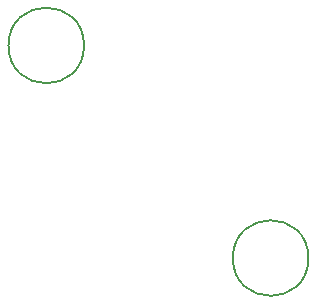
<source format=gbr>
G04 #@! TF.GenerationSoftware,KiCad,Pcbnew,6.0.2-378541a8eb~116~ubuntu20.04.1*
G04 #@! TF.CreationDate,2022-03-12T16:40:10-05:00*
G04 #@! TF.ProjectId,sidekickvco_b2,73696465-6b69-4636-9b76-636f5f62322e,rev?*
G04 #@! TF.SameCoordinates,Original*
G04 #@! TF.FileFunction,Other,Comment*
%FSLAX46Y46*%
G04 Gerber Fmt 4.6, Leading zero omitted, Abs format (unit mm)*
G04 Created by KiCad (PCBNEW 6.0.2-378541a8eb~116~ubuntu20.04.1) date 2022-03-12 16:40:10*
%MOMM*%
%LPD*%
G01*
G04 APERTURE LIST*
%ADD10C,0.150000*%
G04 APERTURE END LIST*
D10*
G04 #@! TO.C,H2*
X143699999Y-90999999D02*
G75*
G03*
X143699999Y-90999999I-3200000J0D01*
G01*
G04 #@! TO.C,H1*
X162699999Y-108999999D02*
G75*
G03*
X162699999Y-108999999I-3200000J0D01*
G01*
G04 #@! TD*
M02*

</source>
